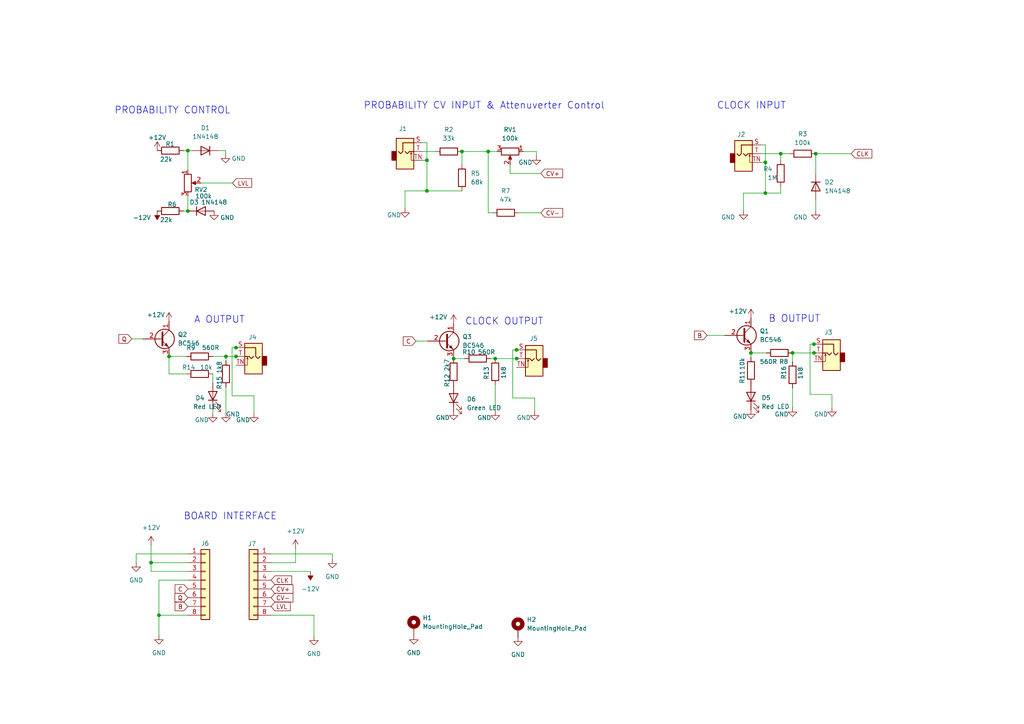
<source format=kicad_sch>
(kicad_sch (version 20230121) (generator eeschema)
  (paper "A4")
  (title_block (title "m0xpd FLIP Control Board") (date "2024-01-02") (rev "1.0") (comment 1 "Published under CC BY-SA 4.0 License") (comment 2 "https://github.com/m0xpd/FLIP"))
  (lib_symbols
    (symbol "Connector_Audio:AudioJack2_SwitchT"
      (property "Reference" "J" (at 0 8.89 0))
      (property "Value" "AudioJack2_SwitchT" (at 0 6.35 0))
      (symbol "AudioJack2_SwitchT_0_1"
        (rectangle (start -2.54 0) (end -3.81 -2.54) (stroke (width 0.254)) (fill (type outline)))
        (polyline (pts (xy 1.778 -0.254) (xy 2.032 -0.762)))
        (polyline (pts (xy 0 0) (xy 0.635 -0.635) (xy 1.27 0) (xy 2.54 0)) (stroke (width 0.254)))
        (polyline (pts (xy 2.54 -2.54) (xy 1.778 -2.54) (xy 1.778 -0.254) (xy 1.524 -0.762)))
        (polyline (pts (xy 2.54 2.54) (xy -0.635 2.54) (xy -0.635 0) (xy -1.27 -0.635) (xy -1.905 0)) (stroke (width 0.254)))
        (rectangle (start 2.54 3.81) (end -2.54 -5.08) (stroke (width 0.254)) (fill (type background)))
      )
      (symbol "AudioJack2_SwitchT_1_1"
        (pin passive line (at 5.08 2.54 180) (length 2.54) (name "~") (number "S"))
        (pin passive line (at 5.08 0 180) (length 2.54) (name "~") (number "T"))
        (pin passive line (at 5.08 -2.54 180) (length 2.54) (name "~") (number "TN"))
      )
    )
    (symbol "Connector_Generic:Conn_01x08" (pin_names (offset 1.016) hide)
      (property "Reference" "J" (at 0 10.16 0))
      (property "Value" "Conn_01x08" (at 0 -12.7 0))
      (symbol "Conn_01x08_1_1"
        (rectangle (start -1.27 -10.033) (end 0 -10.287) (stroke (width 0.1524)))
        (rectangle (start -1.27 -7.493) (end 0 -7.747) (stroke (width 0.1524)))
        (rectangle (start -1.27 -4.953) (end 0 -5.207) (stroke (width 0.1524)))
        (rectangle (start -1.27 -2.413) (end 0 -2.667) (stroke (width 0.1524)))
        (rectangle (start -1.27 0.127) (end 0 -0.127) (stroke (width 0.1524)))
        (rectangle (start -1.27 2.667) (end 0 2.413) (stroke (width 0.1524)))
        (rectangle (start -1.27 5.207) (end 0 4.953) (stroke (width 0.1524)))
        (rectangle (start -1.27 7.747) (end 0 7.493) (stroke (width 0.1524)))
        (rectangle (start -1.27 8.89) (end 1.27 -11.43) (stroke (width 0.254)) (fill (type background)))
        (pin passive line (at -5.08 7.62 0) (length 3.81) (name "Pin_1") (number "1"))
        (pin passive line (at -5.08 5.08 0) (length 3.81) (name "Pin_2") (number "2"))
        (pin passive line (at -5.08 2.54 0) (length 3.81) (name "Pin_3") (number "3"))
        (pin passive line (at -5.08 0 0) (length 3.81) (name "Pin_4") (number "4"))
        (pin passive line (at -5.08 -2.54 0) (length 3.81) (name "Pin_5") (number "5"))
        (pin passive line (at -5.08 -5.08 0) (length 3.81) (name "Pin_6") (number "6"))
        (pin passive line (at -5.08 -7.62 0) (length 3.81) (name "Pin_7") (number "7"))
        (pin passive line (at -5.08 -10.16 0) (length 3.81) (name "Pin_8") (number "8"))
      )
    )
    (symbol "Device:LED" (pin_numbers hide) (pin_names (offset 1.016) hide)
      (property "Reference" "D" (at 0 2.54 0))
      (property "Value" "LED" (at 0 -2.54 0))
      (symbol "LED_0_1"
        (polyline (pts (xy -1.27 -1.27) (xy -1.27 1.27)) (stroke (width 0.254)))
        (polyline (pts (xy -1.27 0) (xy 1.27 0)))
        (polyline (pts (xy 1.27 -1.27) (xy 1.27 1.27) (xy -1.27 0) (xy 1.27 -1.27)) (stroke (width 0.254)))
        (polyline (pts (xy -3.048 -0.762) (xy -4.572 -2.286) (xy -3.81 -2.286) (xy -4.572 -2.286) (xy -4.572 -1.524)))
        (polyline (pts (xy -1.778 -0.762) (xy -3.302 -2.286) (xy -2.54 -2.286) (xy -3.302 -2.286) (xy -3.302 -1.524)))
      )
      (symbol "LED_1_1"
        (pin passive line (at -3.81 0 0) (length 2.54) (name "K") (number "1"))
        (pin passive line (at 3.81 0 180) (length 2.54) (name "A") (number "2"))
      )
    )
    (symbol "Device:R" (pin_numbers hide) (pin_names (offset 0))
      (property "Reference" "R" (at 2.032 0 90))
      (property "Value" "R" (at 0 0 90))
      (symbol "R_0_1"
        (rectangle (start -1.016 -2.54) (end 1.016 2.54) (stroke (width 0.254)))
      )
      (symbol "R_1_1"
        (pin passive line (at 0 3.81 270) (length 1.27) (name "~") (number "1"))
        (pin passive line (at 0 -3.81 90) (length 1.27) (name "~") (number "2"))
      )
    )
    (symbol "Device:R_Potentiometer" (pin_names (offset 1.016) hide)
      (property "Reference" "RV" (at -4.445 0 90))
      (property "Value" "R_Potentiometer" (at -2.54 0 90))
      (symbol "R_Potentiometer_0_1"
        (polyline (pts (xy 2.54 0) (xy 1.524 0)))
        (polyline (pts (xy 1.143 0) (xy 2.286 0.508) (xy 2.286 -0.508) (xy 1.143 0)) (fill (type outline)))
        (rectangle (start 1.016 2.54) (end -1.016 -2.54) (stroke (width 0.254)))
      )
      (symbol "R_Potentiometer_1_1"
        (pin passive line (at 0 3.81 270) (length 1.27) (name "1") (number "1"))
        (pin passive line (at 3.81 0 180) (length 1.27) (name "2") (number "2"))
        (pin passive line (at 0 -3.81 90) (length 1.27) (name "3") (number "3"))
      )
    )
    (symbol "Diode:1N4148" (pin_numbers hide) (pin_names hide)
      (property "Reference" "D" (at 0 2.54 0))
      (property "Value" "1N4148" (at 0 -2.54 0))
      (symbol "1N4148_0_1"
        (polyline (pts (xy -1.27 1.27) (xy -1.27 -1.27)) (stroke (width 0.254)))
        (polyline (pts (xy 1.27 0) (xy -1.27 0)))
        (polyline (pts (xy 1.27 1.27) (xy 1.27 -1.27) (xy -1.27 0) (xy 1.27 1.27)) (stroke (width 0.254)))
      )
      (symbol "1N4148_1_1"
        (pin passive line (at -3.81 0 0) (length 2.54) (name "K") (number "1"))
        (pin passive line (at 3.81 0 180) (length 2.54) (name "A") (number "2"))
      )
    )
    (symbol "Mechanical:MountingHole_Pad" (pin_numbers hide) (pin_names (offset 1.016) hide)
      (property "Reference" "H" (at 0 6.35 0))
      (property "Value" "MountingHole_Pad" (at 0 4.445 0))
      (symbol "MountingHole_Pad_0_1"
        (circle (center 0 1.27) (radius 1.27) (stroke (width 1.27)))
      )
      (symbol "MountingHole_Pad_1_1"
        (pin input line (at 0 -2.54 90) (length 2.54) (name "1") (number "1"))
      )
    )
    (symbol "Transistor_BJT:BC546" (pin_names (offset 0) hide)
      (property "Reference" "Q" (at 5.08 1.905 0))
      (property "Value" "BC546" (at 5.08 0 0))
      (symbol "BC546_0_1"
        (polyline (pts (xy 0 0) (xy 0.635 0)))
        (polyline (pts (xy 0.635 0.635) (xy 2.54 2.54)))
        (polyline (pts (xy 0.635 -0.635) (xy 2.54 -2.54) (xy 2.54 -2.54)))
        (polyline (pts (xy 0.635 1.905) (xy 0.635 -1.905) (xy 0.635 -1.905)) (stroke (width 0.508)))
        (polyline (pts (xy 1.27 -1.778) (xy 1.778 -1.27) (xy 2.286 -2.286) (xy 1.27 -1.778) (xy 1.27 -1.778)) (fill (type outline)))
        (circle (center 1.27 0) (radius 2.8194) (stroke (width 0.254)))
      )
      (symbol "BC546_1_1"
        (pin passive line (at 2.54 5.08 270) (length 2.54) (name "C") (number "1"))
        (pin input line (at -5.08 0 0) (length 5.08) (name "B") (number "2"))
        (pin passive line (at 2.54 -5.08 90) (length 2.54) (name "E") (number "3"))
      )
    )
    (symbol "power:+12V" (power) (pin_names (offset 0))
      (property "Value" "+12V" (at 0 3.556 0))
      (symbol "+12V_0_1"
        (polyline (pts (xy -0.762 1.27) (xy 0 2.54)))
        (polyline (pts (xy 0 0) (xy 0 2.54)))
        (polyline (pts (xy 0 2.54) (xy 0.762 1.27)))
      )
      (symbol "+12V_1_1"
        (pin power_in line (at 0 0 90) (length 0) hide (name "+12V") (number "1"))
      )
    )
    (symbol "power:-12V" (power) (pin_names (offset 0))
      (property "Value" "-12V" (at 0 3.81 0))
      (symbol "-12V_0_0"
        (pin power_in line (at 0 0 90) (length 0) hide (name "-12V") (number "1"))
      )
      (symbol "-12V_0_1"
        (polyline (pts (xy 0 0) (xy 0 1.27) (xy 0.762 1.27) (xy 0 2.54) (xy -0.762 1.27) (xy 0 1.27)) (fill (type outline)))
      )
    )
    (symbol "power:GND" (power) (pin_names (offset 0))
      (property "Value" "GND" (at 0 -3.81 0))
      (symbol "GND_0_1"
        (polyline (pts (xy 0 0) (xy 0 -1.27) (xy 1.27 -1.27) (xy 0 -2.54) (xy -1.27 -1.27) (xy 0 -1.27)))
      )
      (symbol "GND_1_1"
        (pin power_in line (at 0 0 270) (length 0) hide (name "GND") (number "1"))
      )
    )
  )
  (junction (at 46.101 178.435))
  (junction (at 68.453 103.378))
  (junction (at 65.532 103.378))
  (junction (at 221.996 47.117))
  (junction (at 217.805 102.362))
  (junction (at 141.605 43.942))
  (junction (at 54.483 61.214))
  (junction (at 123.825 46.482))
  (junction (at 226.441 44.577))
  (junction (at 123.825 55.372))
  (junction (at 131.572 104.013))
  (junction (at 54.483 43.688))
  (junction (at 236.601 44.577))
  (junction (at 49.022 103.378))
  (junction (at 236.093 99.822))
  (junction (at 43.815 163.195))
  (junction (at 149.86 101.473))
  (junction (at 68.453 100.838))
  (junction (at 229.87 102.362))
  (junction (at 236.093 102.362))
  (junction (at 133.985 43.942))
  (junction (at 149.86 104.013))
  (junction (at 143.637 104.013))
  (junction (at 221.996 56.007))
  (wire (pts (xy 73.66 114.808) (xy 67.31 114.808)))
  (wire (pts (xy 236.601 44.577) (xy 246.888 44.577)))
  (wire (pts (xy 73.66 114.808) (xy 73.66 119.888)))
  (wire (pts (xy 68.58 100.838) (xy 68.453 100.838)))
  (wire (pts (xy 65.405 43.688) (xy 65.405 44.704)))
  (wire (pts (xy 117.475 55.372) (xy 117.475 60.452)))
  (wire (pts (xy 39.497 160.655) (xy 54.483 160.655)))
  (wire (pts (xy 141.605 43.942) (xy 144.145 43.942)))
  (wire (pts (xy 215.646 56.007) (xy 215.646 61.087)))
  (wire (pts (xy 142.875 61.722) (xy 141.605 61.722)))
  (wire (pts (xy 143.637 104.013) (xy 149.86 104.013)))
  (wire (pts (xy 123.825 46.482) (xy 123.825 55.372)))
  (wire (pts (xy 91.059 178.435) (xy 91.059 184.531)))
  (wire (pts (xy 54.102 108.458) (xy 49.022 108.458)))
  (wire (pts (xy 78.613 165.735) (xy 90.043 165.735)))
  (wire (pts (xy 122.555 46.482) (xy 123.825 46.482)))
  (wire (pts (xy 149.987 101.473) (xy 149.86 101.473)))
  (wire (pts (xy 123.825 55.372) (xy 133.985 55.372)))
  (wire (pts (xy 149.86 101.473) (xy 148.717 101.473)))
  (wire (pts (xy 78.613 163.195) (xy 85.725 163.195)))
  (wire (pts (xy 68.453 100.838) (xy 67.31 100.838)))
  (wire (pts (xy 61.722 108.458) (xy 61.722 110.998)))
  (wire (pts (xy 234.95 114.427) (xy 241.3 114.427)))
  (wire (pts (xy 43.815 163.195) (xy 43.815 158.115)))
  (wire (pts (xy 85.725 159.131) (xy 85.725 163.195)))
  (wire (pts (xy 43.815 165.735) (xy 43.815 163.195)))
  (wire (pts (xy 217.805 102.362) (xy 222.25 102.362)))
  (wire (pts (xy 63.373 43.688) (xy 65.405 43.688)))
  (wire (pts (xy 210.185 97.282) (xy 205.105 97.282)))
  (wire (pts (xy 38.227 98.298) (xy 41.402 98.298)))
  (wire (pts (xy 61.722 118.618) (xy 61.722 119.888)))
  (wire (pts (xy 122.555 41.402) (xy 123.825 41.402)))
  (wire (pts (xy 96.393 160.655) (xy 96.393 162.179)))
  (wire (pts (xy 142.367 104.013) (xy 143.637 104.013)))
  (wire (pts (xy 68.453 103.378) (xy 68.58 103.378)))
  (wire (pts (xy 221.996 56.007) (xy 226.441 56.007)))
  (wire (pts (xy 229.87 102.362) (xy 236.093 102.362)))
  (wire (pts (xy 155.067 115.443) (xy 148.717 115.443)))
  (wire (pts (xy 123.825 41.402) (xy 123.825 46.482)))
  (wire (pts (xy 148.717 101.473) (xy 148.717 115.443)))
  (wire (pts (xy 226.441 54.102) (xy 226.441 56.007)))
  (wire (pts (xy 236.093 102.362) (xy 236.22 102.362)))
  (wire (pts (xy 61.722 103.378) (xy 65.532 103.378)))
  (wire (pts (xy 236.601 57.912) (xy 236.601 61.087)))
  (wire (pts (xy 54.483 178.435) (xy 46.101 178.435)))
  (wire (pts (xy 220.726 42.037) (xy 221.996 42.037)))
  (wire (pts (xy 131.572 104.013) (xy 134.747 104.013)))
  (wire (pts (xy 236.093 99.822) (xy 234.95 99.822)))
  (wire (pts (xy 229.87 102.362) (xy 229.87 104.902)))
  (wire (pts (xy 226.441 44.577) (xy 226.441 46.482)))
  (wire (pts (xy 39.497 163.195) (xy 39.497 160.655)))
  (wire (pts (xy 120.65 98.933) (xy 123.952 98.933)))
  (wire (pts (xy 149.86 104.013) (xy 149.987 104.013)))
  (wire (pts (xy 220.726 44.577) (xy 226.441 44.577)))
  (wire (pts (xy 147.955 47.752) (xy 147.955 50.292)))
  (wire (pts (xy 78.613 160.655) (xy 96.393 160.655)))
  (wire (pts (xy 220.726 47.117) (xy 221.996 47.117)))
  (wire (pts (xy 53.213 43.688) (xy 54.483 43.688)))
  (wire (pts (xy 221.996 47.117) (xy 221.996 56.007)))
  (wire (pts (xy 229.87 112.522) (xy 229.87 118.237)))
  (wire (pts (xy 236.601 44.577) (xy 236.601 50.292)))
  (wire (pts (xy 65.532 103.378) (xy 65.532 104.648)))
  (wire (pts (xy 46.101 168.275) (xy 46.101 178.435)))
  (wire (pts (xy 91.059 178.435) (xy 78.613 178.435)))
  (wire (pts (xy 133.985 43.942) (xy 141.605 43.942)))
  (wire (pts (xy 234.95 99.822) (xy 234.95 114.427)))
  (wire (pts (xy 46.101 178.435) (xy 46.101 184.277)))
  (wire (pts (xy 155.067 115.443) (xy 155.067 119.253)))
  (wire (pts (xy 43.815 165.735) (xy 54.483 165.735)))
  (wire (pts (xy 241.3 114.427) (xy 241.3 118.237)))
  (wire (pts (xy 67.31 100.838) (xy 67.31 114.808)))
  (wire (pts (xy 53.213 61.214) (xy 54.483 61.214)))
  (wire (pts (xy 54.483 163.195) (xy 43.815 163.195)))
  (wire (pts (xy 122.555 43.942) (xy 126.365 43.942)))
  (wire (pts (xy 155.575 45.212) (xy 155.575 43.942)))
  (wire (pts (xy 226.441 44.577) (xy 228.981 44.577)))
  (wire (pts (xy 49.022 103.378) (xy 49.022 108.458)))
  (wire (pts (xy 221.996 42.037) (xy 221.996 47.117)))
  (wire (pts (xy 143.637 111.633) (xy 143.637 119.253)))
  (wire (pts (xy 54.483 56.896) (xy 54.483 61.214)))
  (wire (pts (xy 215.646 56.007) (xy 221.996 56.007)))
  (wire (pts (xy 54.483 43.688) (xy 54.483 49.276)))
  (wire (pts (xy 133.985 43.942) (xy 133.985 47.752)))
  (wire (pts (xy 58.293 53.086) (xy 67.437 53.086)))
  (wire (pts (xy 65.532 112.268) (xy 65.532 119.888)))
  (wire (pts (xy 217.805 102.362) (xy 217.805 103.632)))
  (wire (pts (xy 54.483 43.688) (xy 55.753 43.688)))
  (wire (pts (xy 236.22 99.822) (xy 236.093 99.822)))
  (wire (pts (xy 117.475 55.372) (xy 123.825 55.372)))
  (wire (pts (xy 54.483 168.275) (xy 46.101 168.275)))
  (wire (pts (xy 155.575 43.942) (xy 151.765 43.942)))
  (wire (pts (xy 147.955 50.292) (xy 156.845 50.292)))
  (wire (pts (xy 150.495 61.722) (xy 156.845 61.722)))
  (wire (pts (xy 65.532 103.378) (xy 68.453 103.378)))
  (wire (pts (xy 49.022 103.378) (xy 54.102 103.378)))
  (wire (pts (xy 141.605 43.942) (xy 141.605 61.722)))
  (text "B OUTPUT" (at 222.885 93.726 0) (effects (font (size 2 2)) (justify left bottom)))
  (text "A OUTPUT" (at 56.261 93.98 0) (effects (font (size 2 2)) (justify left bottom)))
  (text "CLOCK OUTPUT" (at 134.874 94.488 0) (effects (font (size 2 2)) (justify left bottom)))
  (text "PROBABILITY CONTROL" (at 33.147 33.274 0) (effects (font (size 2 2)) (justify left bottom)))
  (text "BOARD INTERFACE" (at 53.213 151.003 0) (effects (font (size 2 2)) (justify left bottom)))
  (text "CLOCK INPUT" (at 207.899 31.877 0) (effects (font (size 2 2)) (justify left bottom)))
  (text "PROBABILITY CV INPUT & Attenuverter Control" (at 105.41 31.877 0) (effects (font (size 2 2)) (justify left bottom)))
  (global_label "LVL" (shape input) (at 67.437 53.086 0) (property "Intersheetrefs" "${INTERSHEET_REFS}" (effects hide)))
  (global_label "CV-" (shape input) (at 78.613 173.355 0) (property "Intersheetrefs" "${INTERSHEET_REFS}" (effects hide)))
  (global_label "CLK" (shape input) (at 246.888 44.577 0) (property "Intersheetrefs" "${INTERSHEET_REFS}" (effects hide)))
  (global_label "CV-" (shape input) (at 156.845 61.722 0) (property "Intersheetrefs" "${INTERSHEET_REFS}" (effects hide)))
  (global_label "CV+" (shape input) (at 156.845 50.292 0) (property "Intersheetrefs" "${INTERSHEET_REFS}" (effects hide)))
  (global_label "Q" (shape input) (at 54.483 173.355 180) (property "Intersheetrefs" "${INTERSHEET_REFS}" (effects hide)))
  (global_label "B" (shape input) (at 54.483 175.895 180) (property "Intersheetrefs" "${INTERSHEET_REFS}" (effects hide)))
  (global_label "C" (shape input) (at 120.65 98.933 180) (property "Intersheetrefs" "${INTERSHEET_REFS}" (effects hide)))
  (global_label "LVL" (shape input) (at 78.613 175.895 0) (property "Intersheetrefs" "${INTERSHEET_REFS}" (effects hide)))
  (global_label "C" (shape input) (at 54.483 170.815 180) (property "Intersheetrefs" "${INTERSHEET_REFS}" (effects hide)))
  (global_label "Q" (shape input) (at 38.227 98.298 180) (property "Intersheetrefs" "${INTERSHEET_REFS}" (effects hide)))
  (global_label "CV+" (shape input) (at 78.613 170.815 0) (property "Intersheetrefs" "${INTERSHEET_REFS}" (effects hide)))
  (global_label "CLK" (shape input) (at 78.613 168.275 0) (property "Intersheetrefs" "${INTERSHEET_REFS}" (effects hide)))
  (global_label "B" (shape input) (at 205.105 97.282 180) (property "Intersheetrefs" "${INTERSHEET_REFS}" (effects hide)))
  (symbol (lib_id "power:+12V") (at 43.815 158.115 0) (unit 1)
    (property "Reference" "#PWR021" (effects hide))
    (property "Value" "+12V" (at 43.815 153.035 0))
  )
  (symbol (lib_id "Transistor_BJT:BC546") (at 129.032 98.933 0) (unit 1)
    (property "Reference" "Q3" (at 134.112 97.663 0) (effects (justify left)))
    (property "Value" "BC546" (at 134.112 100.203 0) (effects (justify left)))
    (property "Footprint" "Package_TO_SOT_THT:TO-92_Inline" (effects hide))
    (property "Datasheet" "https://www.onsemi.com/pub/Collateral/BC550-D.pdf" (effects hide))
  )
  (symbol (lib_id "power:+12V") (at 85.725 159.131 0) (unit 1)
    (property "Reference" "#PWR022" (effects hide))
    (property "Value" "+12V" (at 85.725 154.051 0))
  )
  (symbol (lib_id "power:-12V") (at 45.593 61.214 180) (unit 1)
    (property "Reference" "#PWR07" (effects hide))
    (property "Value" "-12V" (at 41.148 63.119 0))
  )
  (symbol (lib_id "Device:R") (at 49.403 43.688 270) (unit 1)
    (property "Reference" "R1" (at 50.673 41.783 90) (effects (justify right)))
    (property "Value" "22k" (at 50.038 46.228 90) (effects (justify right)))
    (property "Footprint" "Resistor_THT:R_Axial_DIN0207_L6.3mm_D2.5mm_P7.62mm_Horizontal" (effects hide))
  )
  (symbol (lib_id "power:GND") (at 143.637 119.253 0) (mirror y) (unit 1)
    (property "Reference" "#PWR016" (effects hide))
    (property "Value" "GND" (at 140.462 121.158 0))
  )
  (symbol (lib_id "power:+12V") (at 217.805 92.202 0) (unit 1)
    (property "Reference" "#PWR09" (effects hide))
    (property "Value" "+12V" (at 213.995 90.297 0))
  )
  (symbol (lib_id "Connector_Audio:AudioJack2_SwitchT") (at 73.533 103.378 0) (mirror y) (unit 1)
    (property "Reference" "J4" (at 73.279 97.79 0))
    (property "Value" "AudioJack2_SwitchT" (effects hide))
    (property "Footprint" "Connector_Audio:Jack_3.5mm_QingPu_WQP-PJ398SM_Vertical_CircularHoles" (effects hide))
  )
  (symbol (lib_id "power:GND") (at 229.87 118.237 0) (mirror y) (unit 1)
    (property "Reference" "#PWR012" (effects hide))
    (property "Value" "GND" (at 226.695 120.142 0))
  )
  (symbol (lib_id "Diode:1N4148") (at 58.293 61.214 0) (unit 1)
    (property "Reference" "D3" (at 57.658 58.674 0) (effects (justify right)))
    (property "Value" "1N4148" (at 65.913 58.674 0) (effects (justify right)))
    (property "Footprint" "Diode_THT:D_DO-35_SOD27_P7.62mm_Horizontal" (effects hide))
    (property "Datasheet" "https://assets.nexperia.com/documents/data-sheet/1N4148_1N4448.pdf" (effects hide))
    (property "Sim.Device" "D" (effects hide))
    (property "Sim.Pins" "1=K 2=A" (effects hide))
  )
  (symbol (lib_id "Mechanical:MountingHole_Pad") (at 150.241 182.245 0) (unit 1)
    (property "Reference" "H2" (at 152.781 179.705 0) (effects (justify left)))
    (property "Value" "MountingHole_Pad" (at 152.781 182.245 0) (effects (justify left)))
    (property "Footprint" "MountingHole:MountingHole_3.2mm_M3_DIN965_Pad_TopBottom" (effects hide))
  )
  (symbol (lib_id "power:+12V") (at 131.572 93.853 0) (unit 1)
    (property "Reference" "#PWR011" (effects hide))
    (property "Value" "+12V" (at 127.127 91.948 0))
  )
  (symbol (lib_id "power:-12V") (at 90.043 165.735 180) (unit 1)
    (property "Reference" "#PWR025" (effects hide))
    (property "Value" "-12V" (at 90.043 170.815 0))
  )
  (symbol (lib_id "Connector_Generic:Conn_01x08") (at 73.533 168.275 0) (mirror y) (unit 1)
    (property "Reference" "J7" (at 74.295 157.734 0) (effects (justify left)))
    (property "Value" "Conn_01x08" (effects hide))
    (property "Footprint" "Connector_PinHeader_2.54mm:PinHeader_1x08_P2.54mm_Vertical" (effects hide))
  )
  (symbol (lib_id "power:GND") (at 46.101 184.277 0) (unit 1)
    (property "Reference" "#PWR026" (effects hide))
    (property "Value" "GND" (at 46.101 189.357 0))
  )
  (symbol (lib_id "power:GND") (at 241.3 118.237 0) (mirror y) (unit 1)
    (property "Reference" "#PWR013" (effects hide))
    (property "Value" "GND" (at 238.125 120.142 0))
  )
  (symbol (lib_id "Device:R") (at 226.06 102.362 270) (unit 1)
    (property "Reference" "R8" (at 227.33 104.902 90))
    (property "Value" "560R" (at 222.885 104.902 90))
    (property "Footprint" "Resistor_THT:R_Axial_DIN0207_L6.3mm_D2.5mm_P7.62mm_Horizontal" (effects hide))
  )
  (symbol (lib_id "Device:R") (at 217.805 107.442 180) (unit 1)
    (property "Reference" "R11" (at 215.265 109.347 90))
    (property "Value" "10k" (at 215.265 105.537 90))
    (property "Footprint" "Resistor_THT:R_Axial_DIN0207_L6.3mm_D2.5mm_P7.62mm_Horizontal" (effects hide))
  )
  (symbol (lib_id "Device:R") (at 138.557 104.013 90) (unit 1)
    (property "Reference" "R10" (at 136.017 102.108 90))
    (property "Value" "560R" (at 141.097 102.108 90))
    (property "Footprint" "Resistor_THT:R_Axial_DIN0207_L6.3mm_D2.5mm_P7.62mm_Horizontal" (effects hide))
  )
  (symbol (lib_id "power:GND") (at 150.241 184.785 0) (unit 1)
    (property "Reference" "#PWR029" (effects hide))
    (property "Value" "GND" (at 150.241 189.865 0))
  )
  (symbol (lib_id "power:GND") (at 215.646 61.087 0) (unit 1)
    (property "Reference" "#PWR05" (effects hide))
    (property "Value" "GND" (at 211.201 62.992 0))
  )
  (symbol (lib_id "Device:R") (at 130.175 43.942 90) (unit 1)
    (property "Reference" "R2" (at 130.175 37.592 90))
    (property "Value" "33k" (at 130.175 40.132 90))
    (property "Footprint" "Resistor_THT:R_Axial_DIN0207_L6.3mm_D2.5mm_P7.62mm_Horizontal" (effects hide))
  )
  (symbol (lib_id "Device:R") (at 229.87 108.712 0) (unit 1)
    (property "Reference" "R16" (at 227.33 108.077 90))
    (property "Value" "1k8" (at 232.156 108.204 90))
    (property "Footprint" "Resistor_THT:R_Axial_DIN0207_L6.3mm_D2.5mm_P7.62mm_Horizontal" (effects hide))
  )
  (symbol (lib_id "Device:R") (at 131.572 107.823 180) (unit 1)
    (property "Reference" "R12" (at 129.667 110.363 90))
    (property "Value" "2k7" (at 129.667 105.918 90))
    (property "Footprint" "Resistor_THT:R_Axial_DIN0207_L6.3mm_D2.5mm_P7.62mm_Horizontal" (effects hide))
  )
  (symbol (lib_id "Connector_Audio:AudioJack2_SwitchT") (at 215.646 44.577 0) (unit 1)
    (property "Reference" "J2" (at 215.011 38.989 0))
    (property "Value" "AudioJack2_SwitchT" (effects hide))
    (property "Footprint" "Connector_Audio:Jack_3.5mm_QingPu_WQP-PJ398SM_Vertical_CircularHoles" (effects hide))
  )
  (symbol (lib_id "power:+12V") (at 49.022 93.218 0) (unit 1)
    (property "Reference" "#PWR010" (effects hide))
    (property "Value" "+12V" (at 45.212 91.313 0))
  )
  (symbol (lib_id "power:GND") (at 61.722 119.888 0) (mirror y) (unit 1)
    (property "Reference" "#PWR018" (effects hide))
    (property "Value" "GND" (at 58.547 121.793 0))
  )
  (symbol (lib_id "Device:LED") (at 131.572 115.443 90) (unit 1)
    (property "Reference" "D6" (at 135.382 115.7605 90) (effects (justify right)))
    (property "Value" "Green LED" (at 135.382 118.3005 90) (effects (justify right)))
    (property "Footprint" "LED_THT:LED_D3.0mm" (effects hide))
  )
  (symbol (lib_id "Device:R") (at 57.912 108.458 90) (unit 1)
    (property "Reference" "R14" (at 54.737 106.553 90))
    (property "Value" "10k" (at 59.817 106.553 90))
    (property "Footprint" "Resistor_THT:R_Axial_DIN0207_L6.3mm_D2.5mm_P7.62mm_Horizontal" (effects hide))
  )
  (symbol (lib_id "Device:R") (at 65.532 108.458 180) (unit 1)
    (property "Reference" "R15" (at 63.627 110.998 90))
    (property "Value" "1k8" (at 63.627 106.553 90))
    (property "Footprint" "Resistor_THT:R_Axial_DIN0207_L6.3mm_D2.5mm_P7.62mm_Horizontal" (effects hide))
  )
  (symbol (lib_id "Device:R") (at 133.985 51.562 180) (unit 1)
    (property "Reference" "R5" (at 136.525 50.292 0) (effects (justify right)))
    (property "Value" "68k" (at 136.525 52.832 0) (effects (justify right)))
    (property "Footprint" "Resistor_THT:R_Axial_DIN0207_L6.3mm_D2.5mm_P7.62mm_Horizontal" (effects hide))
  )
  (symbol (lib_id "Connector_Generic:Conn_01x08") (at 59.563 168.275 0) (unit 1)
    (property "Reference" "J6" (at 58.293 157.607 0) (effects (justify left)))
    (property "Value" "Conn_01x08" (effects hide))
    (property "Footprint" "Connector_PinHeader_2.54mm:PinHeader_1x08_P2.54mm_Vertical" (effects hide))
  )
  (symbol (lib_id "Device:LED") (at 217.805 115.062 90) (unit 1)
    (property "Reference" "D5" (at 220.853 115.3795 90) (effects (justify right)))
    (property "Value" "Red LED" (at 220.853 117.9195 90) (effects (justify right)))
    (property "Footprint" "LED_THT:LED_D3.0mm" (effects hide))
  )
  (symbol (lib_id "power:GND") (at 65.532 119.888 0) (mirror y) (unit 1)
    (property "Reference" "#PWR019" (effects hide))
    (property "Value" "GND" (at 67.564 120.142 0))
  )
  (symbol (lib_id "Device:R") (at 146.685 61.722 90) (unit 1)
    (property "Reference" "R7" (at 146.685 55.372 90))
    (property "Value" "47k" (at 146.685 57.912 90))
    (property "Footprint" "Resistor_THT:R_Axial_DIN0207_L6.3mm_D2.5mm_P7.62mm_Horizontal" (effects hide))
  )
  (symbol (lib_id "Diode:1N4148") (at 236.601 54.102 270) (unit 1)
    (property "Reference" "D2" (at 239.141 52.832 90) (effects (justify left)))
    (property "Value" "1N4148" (at 239.141 55.372 90) (effects (justify left)))
    (property "Footprint" "Diode_THT:D_DO-35_SOD27_P7.62mm_Horizontal" (effects hide))
    (property "Datasheet" "https://assets.nexperia.com/documents/data-sheet/1N4148_1N4448.pdf" (effects hide))
    (property "Sim.Device" "D" (effects hide))
    (property "Sim.Pins" "1=K 2=A" (effects hide))
  )
  (symbol (lib_id "power:GND") (at 131.572 119.253 0) (mirror y) (unit 1)
    (property "Reference" "#PWR015" (effects hide))
    (property "Value" "GND" (at 128.397 121.158 0))
  )
  (symbol (lib_id "power:GND") (at 155.067 119.253 0) (mirror y) (unit 1)
    (property "Reference" "#PWR017" (effects hide))
    (property "Value" "GND" (at 151.892 121.158 0))
  )
  (symbol (lib_id "Transistor_BJT:BC546") (at 215.265 97.282 0) (unit 1)
    (property "Reference" "Q1" (at 220.345 96.012 0) (effects (justify left)))
    (property "Value" "BC546" (at 220.345 98.552 0) (effects (justify left)))
    (property "Footprint" "Package_TO_SOT_THT:TO-92_Inline" (effects hide))
    (property "Datasheet" "https://www.onsemi.com/pub/Collateral/BC550-D.pdf" (effects hide))
  )
  (symbol (lib_id "Device:R") (at 232.791 44.577 90) (unit 1)
    (property "Reference" "R3" (at 232.791 38.862 90))
    (property "Value" "100k" (at 232.791 41.402 90))
    (property "Footprint" "Resistor_THT:R_Axial_DIN0207_L6.3mm_D2.5mm_P7.62mm_Horizontal" (effects hide))
  )
  (symbol (lib_id "Connector_Audio:AudioJack2_SwitchT") (at 241.173 102.362 0) (mirror y) (unit 1)
    (property "Reference" "J3" (at 240.284 96.393 0))
    (property "Value" "AudioJack2_SwitchT" (effects hide))
    (property "Footprint" "Connector_Audio:Jack_3.5mm_QingPu_WQP-PJ398SM_Vertical_CircularHoles" (effects hide))
  )
  (symbol (lib_id "Device:R") (at 49.403 61.214 270) (unit 1)
    (property "Reference" "R6" (at 51.308 59.309 90) (effects (justify right)))
    (property "Value" "22k" (at 50.038 63.754 90) (effects (justify right)))
    (property "Footprint" "Resistor_THT:R_Axial_DIN0207_L6.3mm_D2.5mm_P7.62mm_Horizontal" (effects hide))
  )
  (symbol (lib_id "power:GND") (at 65.405 44.704 0) (unit 1)
    (property "Reference" "#PWR02" (effects hide))
    (property "Value" "GND" (at 69.215 45.974 0))
  )
  (symbol (lib_id "power:GND") (at 91.059 184.531 0) (unit 1)
    (property "Reference" "#PWR028" (effects hide))
    (property "Value" "GND" (at 91.059 189.611 0))
  )
  (symbol (lib_id "Transistor_BJT:BC546") (at 46.482 98.298 0) (unit 1)
    (property "Reference" "Q2" (at 51.562 97.028 0) (effects (justify left)))
    (property "Value" "BC546" (at 51.562 99.568 0) (effects (justify left)))
    (property "Footprint" "Package_TO_SOT_THT:TO-92_Inline" (effects hide))
    (property "Datasheet" "https://www.onsemi.com/pub/Collateral/BC550-D.pdf" (effects hide))
  )
  (symbol (lib_id "power:+12V") (at 45.593 43.688 0) (unit 1)
    (property "Reference" "#PWR01" (effects hide))
    (property "Value" "+12V" (at 45.593 39.878 0))
  )
  (symbol (lib_id "Device:R_Potentiometer") (at 147.955 43.942 270) (unit 1)
    (property "Reference" "RV1" (at 147.955 37.592 90))
    (property "Value" "100k" (at 147.955 40.132 90))
    (property "Footprint" "Potentiometer_THT:Potentiometer_Alpha_RD901F-40-00D_Single_Vertical_CircularHoles" (effects hide))
  )
  (symbol (lib_id "power:GND") (at 117.475 60.452 0) (unit 1)
    (property "Reference" "#PWR04" (effects hide))
    (property "Value" "GND" (at 114.3 62.357 0))
  )
  (symbol (lib_id "Device:R") (at 226.441 50.292 0) (unit 1)
    (property "Reference" "R4" (at 221.361 49.022 0) (effects (justify left)))
    (property "Value" "1M" (at 222.631 51.562 0) (effects (justify left)))
    (property "Footprint" "Resistor_THT:R_Axial_DIN0207_L6.3mm_D2.5mm_P7.62mm_Horizontal" (effects hide))
  )
  (symbol (lib_id "Diode:1N4148") (at 59.563 43.688 180) (unit 1)
    (property "Reference" "D1" (at 59.563 37.084 0))
    (property "Value" "1N4148" (at 59.563 39.624 0))
    (property "Footprint" "Diode_THT:D_DO-35_SOD27_P7.62mm_Horizontal" (effects hide))
    (property "Datasheet" "https://assets.nexperia.com/documents/data-sheet/1N4148_1N4448.pdf" (effects hide))
    (property "Sim.Device" "D" (effects hide))
    (property "Sim.Pins" "1=K 2=A" (effects hide))
  )
  (symbol (lib_id "Device:LED") (at 61.722 114.808 90) (unit 1)
    (property "Reference" "D4" (at 56.642 115.443 90) (effects (justify right)))
    (property "Value" "Red LED" (at 56.007 117.983 90) (effects (justify right)))
    (property "Footprint" "LED_THT:LED_D3.0mm" (effects hide))
  )
  (symbol (lib_id "power:GND") (at 39.497 163.195 0) (unit 1)
    (property "Reference" "#PWR024" (effects hide))
    (property "Value" "GND" (at 39.497 168.275 0))
  )
  (symbol (lib_id "Device:R") (at 143.637 107.823 180) (unit 1)
    (property "Reference" "R13" (at 141.097 108.204 90))
    (property "Value" "1k8" (at 146.05 108.077 90))
    (property "Footprint" "Resistor_THT:R_Axial_DIN0207_L6.3mm_D2.5mm_P7.62mm_Horizontal" (effects hide))
  )
  (symbol (lib_id "power:GND") (at 120.015 184.277 0) (unit 1)
    (property "Reference" "#PWR027" (effects hide))
    (property "Value" "GND" (at 120.015 189.357 0))
  )
  (symbol (lib_id "Device:R") (at 57.912 103.378 90) (unit 1)
    (property "Reference" "R9" (at 55.372 100.838 90))
    (property "Value" "560R" (at 61.087 100.838 90))
    (property "Footprint" "Resistor_THT:R_Axial_DIN0207_L6.3mm_D2.5mm_P7.62mm_Horizontal" (effects hide))
  )
  (symbol (lib_id "power:GND") (at 96.393 162.179 0) (unit 1)
    (property "Reference" "#PWR023" (effects hide))
    (property "Value" "GND" (at 96.393 167.259 0))
  )
  (symbol (lib_id "Mechanical:MountingHole_Pad") (at 120.015 181.737 0) (unit 1)
    (property "Reference" "H1" (at 122.555 179.197 0) (effects (justify left)))
    (property "Value" "MountingHole_Pad" (at 122.555 181.737 0) (effects (justify left)))
    (property "Footprint" "MountingHole:MountingHole_3.2mm_M3_DIN965_Pad_TopBottom" (effects hide))
  )
  (symbol (lib_id "power:GND") (at 236.601 61.087 0) (unit 1)
    (property "Reference" "#PWR06" (effects hide))
    (property "Value" "GND" (at 232.156 62.992 0))
  )
  (symbol (lib_id "power:GND") (at 73.66 119.888 0) (mirror y) (unit 1)
    (property "Reference" "#PWR020" (effects hide))
    (property "Value" "GND" (at 70.485 121.793 0))
  )
  (symbol (lib_id "power:GND") (at 62.103 61.214 0) (unit 1)
    (property "Reference" "#PWR08" (effects hide))
    (property "Value" "GND" (at 65.913 63.119 0))
  )
  (symbol (lib_id "Connector_Audio:AudioJack2_SwitchT") (at 154.94 104.013 0) (mirror y) (unit 1)
    (property "Reference" "J5" (at 154.813 98.171 0))
    (property "Value" "AudioJack2_SwitchT" (effects hide))
    (property "Footprint" "Connector_Audio:Jack_3.5mm_QingPu_WQP-PJ398SM_Vertical_CircularHoles" (effects hide))
  )
  (symbol (lib_id "power:GND") (at 155.575 45.212 0) (unit 1)
    (property "Reference" "#PWR03" (effects hide))
    (property "Value" "GND" (at 152.4 47.117 0))
  )
  (symbol (lib_id "power:GND") (at 217.805 118.872 0) (mirror y) (unit 1)
    (property "Reference" "#PWR014" (effects hide))
    (property "Value" "GND" (at 214.63 120.777 0))
  )
  (symbol (lib_id "Connector_Audio:AudioJack2_SwitchT") (at 117.475 43.942 0) (unit 1)
    (property "Reference" "J1" (at 116.84 37.338 0))
    (property "Value" "AudioJack2_SwitchT" (effects hide))
    (property "Footprint" "Connector_Audio:Jack_3.5mm_QingPu_WQP-PJ398SM_Vertical_CircularHoles" (effects hide))
  )
  (symbol (lib_id "Device:R_Potentiometer") (at 54.483 53.086 0) (unit 1)
    (property "Reference" "RV2" (at 60.198 54.991 0) (effects (justify right)))
    (property "Value" "100k" (at 61.468 56.896 0) (effects (justify right)))
    (property "Footprint" "Potentiometer_THT:Potentiometer_Alpha_RD901F-40-00D_Single_Vertical_CircularHoles" (effects hide))
  )
)
</source>
